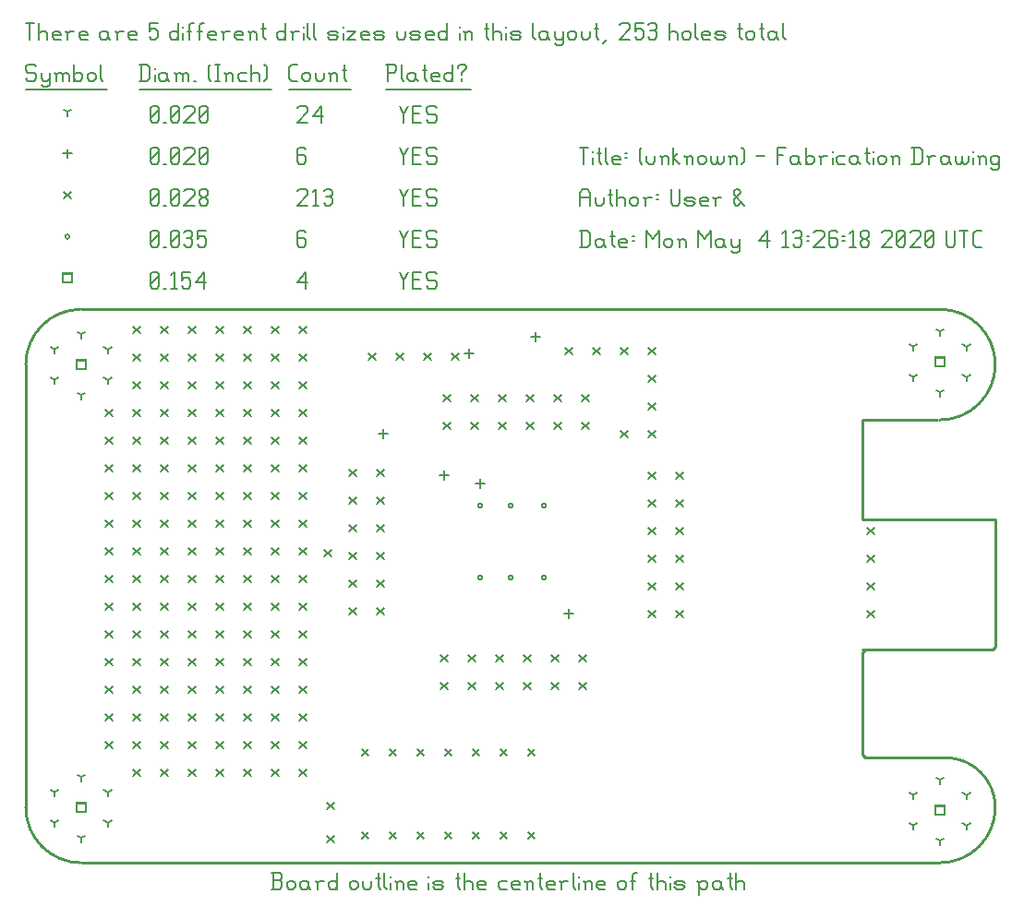
<source format=gbr>
G04 start of page 13 for group -3984 idx -3984 *
G04 Title: (unknown), fab *
G04 Creator: pcb 4.2.0 *
G04 CreationDate: Mon May  4 13:26:18 2020 UTC *
G04 For: xpi *
G04 Format: Gerber/RS-274X *
G04 PCB-Dimensions (mil): 3500.00 2000.00 *
G04 PCB-Coordinate-Origin: lower left *
%MOIN*%
%FSLAX25Y25*%
%LNFAB*%
%ADD88C,0.0100*%
%ADD87C,0.0075*%
%ADD86C,0.0060*%
%ADD85R,0.0080X0.0080*%
G54D85*X18400Y181600D02*X21600D01*
X18400D02*Y178400D01*
X21600D01*
Y181600D02*Y178400D01*
X328400Y20600D02*X331600D01*
X328400D02*Y17400D01*
X331600D01*
Y20600D02*Y17400D01*
X328400Y182600D02*X331600D01*
X328400D02*Y179400D01*
X331600D01*
Y182600D02*Y179400D01*
X18400Y21600D02*X21600D01*
X18400D02*Y18400D01*
X21600D01*
Y21600D02*Y18400D01*
X13400Y212850D02*X16600D01*
X13400D02*Y209650D01*
X16600D01*
Y212850D02*Y209650D01*
G54D86*X135000Y213500D02*X136500Y210500D01*
X138000Y213500D01*
X136500Y210500D02*Y207500D01*
X139800Y210800D02*X142050D01*
X139800Y207500D02*X142800D01*
X139800Y213500D02*Y207500D01*
Y213500D02*X142800D01*
X147600D02*X148350Y212750D01*
X145350Y213500D02*X147600D01*
X144600Y212750D02*X145350Y213500D01*
X144600Y212750D02*Y211250D01*
X145350Y210500D01*
X147600D01*
X148350Y209750D01*
Y208250D01*
X147600Y207500D02*X148350Y208250D01*
X145350Y207500D02*X147600D01*
X144600Y208250D02*X145350Y207500D01*
X98000Y209750D02*X101000Y213500D01*
X98000Y209750D02*X101750D01*
X101000Y213500D02*Y207500D01*
X45000Y208250D02*X45750Y207500D01*
X45000Y212750D02*Y208250D01*
Y212750D02*X45750Y213500D01*
X47250D01*
X48000Y212750D01*
Y208250D01*
X47250Y207500D02*X48000Y208250D01*
X45750Y207500D02*X47250D01*
X45000Y209000D02*X48000Y212000D01*
X49800Y207500D02*X50550D01*
X52350Y212300D02*X53550Y213500D01*
Y207500D01*
X52350D02*X54600D01*
X56400Y213500D02*X59400D01*
X56400D02*Y210500D01*
X57150Y211250D01*
X58650D01*
X59400Y210500D01*
Y208250D01*
X58650Y207500D02*X59400Y208250D01*
X57150Y207500D02*X58650D01*
X56400Y208250D02*X57150Y207500D01*
X61200Y209750D02*X64200Y213500D01*
X61200Y209750D02*X64950D01*
X64200Y213500D02*Y207500D01*
X163200Y103000D02*G75*G03X164800Y103000I800J0D01*G01*
G75*G03X163200Y103000I-800J0D01*G01*
X174200D02*G75*G03X175800Y103000I800J0D01*G01*
G75*G03X174200Y103000I-800J0D01*G01*
X186200D02*G75*G03X187800Y103000I800J0D01*G01*
G75*G03X186200Y103000I-800J0D01*G01*
Y129000D02*G75*G03X187800Y129000I800J0D01*G01*
G75*G03X186200Y129000I-800J0D01*G01*
X174200D02*G75*G03X175800Y129000I800J0D01*G01*
G75*G03X174200Y129000I-800J0D01*G01*
X163200D02*G75*G03X164800Y129000I800J0D01*G01*
G75*G03X163200Y129000I-800J0D01*G01*
X14200Y226250D02*G75*G03X15800Y226250I800J0D01*G01*
G75*G03X14200Y226250I-800J0D01*G01*
X135000Y228500D02*X136500Y225500D01*
X138000Y228500D01*
X136500Y225500D02*Y222500D01*
X139800Y225800D02*X142050D01*
X139800Y222500D02*X142800D01*
X139800Y228500D02*Y222500D01*
Y228500D02*X142800D01*
X147600D02*X148350Y227750D01*
X145350Y228500D02*X147600D01*
X144600Y227750D02*X145350Y228500D01*
X144600Y227750D02*Y226250D01*
X145350Y225500D01*
X147600D01*
X148350Y224750D01*
Y223250D01*
X147600Y222500D02*X148350Y223250D01*
X145350Y222500D02*X147600D01*
X144600Y223250D02*X145350Y222500D01*
X100250Y228500D02*X101000Y227750D01*
X98750Y228500D02*X100250D01*
X98000Y227750D02*X98750Y228500D01*
X98000Y227750D02*Y223250D01*
X98750Y222500D01*
X100250Y225800D02*X101000Y225050D01*
X98000Y225800D02*X100250D01*
X98750Y222500D02*X100250D01*
X101000Y223250D01*
Y225050D02*Y223250D01*
X45000D02*X45750Y222500D01*
X45000Y227750D02*Y223250D01*
Y227750D02*X45750Y228500D01*
X47250D01*
X48000Y227750D01*
Y223250D01*
X47250Y222500D02*X48000Y223250D01*
X45750Y222500D02*X47250D01*
X45000Y224000D02*X48000Y227000D01*
X49800Y222500D02*X50550D01*
X52350Y223250D02*X53100Y222500D01*
X52350Y227750D02*Y223250D01*
Y227750D02*X53100Y228500D01*
X54600D01*
X55350Y227750D01*
Y223250D01*
X54600Y222500D02*X55350Y223250D01*
X53100Y222500D02*X54600D01*
X52350Y224000D02*X55350Y227000D01*
X57150Y227750D02*X57900Y228500D01*
X59400D01*
X60150Y227750D01*
X59400Y222500D02*X60150Y223250D01*
X57900Y222500D02*X59400D01*
X57150Y223250D02*X57900Y222500D01*
Y225800D02*X59400D01*
X60150Y227750D02*Y226550D01*
Y225050D02*Y223250D01*
Y225050D02*X59400Y225800D01*
X60150Y226550D02*X59400Y225800D01*
X61950Y228500D02*X64950D01*
X61950D02*Y225500D01*
X62700Y226250D01*
X64200D01*
X64950Y225500D01*
Y223250D01*
X64200Y222500D02*X64950Y223250D01*
X62700Y222500D02*X64200D01*
X61950Y223250D02*X62700Y222500D01*
X121300Y11200D02*X123700Y8800D01*
X121300D02*X123700Y11200D01*
X131300D02*X133700Y8800D01*
X131300D02*X133700Y11200D01*
X141300D02*X143700Y8800D01*
X141300D02*X143700Y11200D01*
X151300D02*X153700Y8800D01*
X151300D02*X153700Y11200D01*
X161300D02*X163700Y8800D01*
X161300D02*X163700Y11200D01*
X171300D02*X173700Y8800D01*
X171300D02*X173700Y11200D01*
X181300D02*X183700Y8800D01*
X181300D02*X183700Y11200D01*
X181300Y41200D02*X183700Y38800D01*
X181300D02*X183700Y41200D01*
X171300D02*X173700Y38800D01*
X171300D02*X173700Y41200D01*
X161300D02*X163700Y38800D01*
X161300D02*X163700Y41200D01*
X151300D02*X153700Y38800D01*
X151300D02*X153700Y41200D01*
X141300D02*X143700Y38800D01*
X141300D02*X143700Y41200D01*
X131300D02*X133700Y38800D01*
X131300D02*X133700Y41200D01*
X121300D02*X123700Y38800D01*
X121300D02*X123700Y41200D01*
X303800Y111200D02*X306200Y108800D01*
X303800D02*X306200Y111200D01*
X303800Y101200D02*X306200Y98800D01*
X303800D02*X306200Y101200D01*
X303800Y91200D02*X306200Y88800D01*
X303800D02*X306200Y91200D01*
X303800Y121200D02*X306200Y118800D01*
X303800D02*X306200Y121200D01*
X126800Y142200D02*X129200Y139800D01*
X126800D02*X129200Y142200D01*
X126800Y132200D02*X129200Y129800D01*
X126800D02*X129200Y132200D01*
X126800Y122200D02*X129200Y119800D01*
X126800D02*X129200Y122200D01*
X126800Y112200D02*X129200Y109800D01*
X126800D02*X129200Y112200D01*
X126800Y102200D02*X129200Y99800D01*
X126800D02*X129200Y102200D01*
X126800Y92200D02*X129200Y89800D01*
X126800D02*X129200Y92200D01*
X116800Y142200D02*X119200Y139800D01*
X116800D02*X119200Y142200D01*
X116800Y132200D02*X119200Y129800D01*
X116800D02*X119200Y132200D01*
X116800Y122200D02*X119200Y119800D01*
X116800D02*X119200Y122200D01*
X116800Y102200D02*X119200Y99800D01*
X116800D02*X119200Y102200D01*
X116800Y92200D02*X119200Y89800D01*
X116800D02*X119200Y92200D01*
X234800Y141200D02*X237200Y138800D01*
X234800D02*X237200Y141200D01*
X234800Y131200D02*X237200Y128800D01*
X234800D02*X237200Y131200D01*
X234800Y121200D02*X237200Y118800D01*
X234800D02*X237200Y121200D01*
X234800Y111200D02*X237200Y108800D01*
X234800D02*X237200Y111200D01*
X234800Y101200D02*X237200Y98800D01*
X234800D02*X237200Y101200D01*
X234800Y91200D02*X237200Y88800D01*
X234800D02*X237200Y91200D01*
X224800Y141200D02*X227200Y138800D01*
X224800D02*X227200Y141200D01*
X224800Y131200D02*X227200Y128800D01*
X224800D02*X227200Y131200D01*
X224800Y121200D02*X227200Y118800D01*
X224800D02*X227200Y121200D01*
X224800Y111200D02*X227200Y108800D01*
X224800D02*X227200Y111200D01*
X224800Y101200D02*X227200Y98800D01*
X224800D02*X227200Y101200D01*
X224800Y91200D02*X227200Y88800D01*
X224800D02*X227200Y91200D01*
X170800Y169200D02*X173200Y166800D01*
X170800D02*X173200Y169200D01*
X170800Y159200D02*X173200Y156800D01*
X170800D02*X173200Y159200D01*
X160800Y169200D02*X163200Y166800D01*
X160800D02*X163200Y169200D01*
X160800Y159200D02*X163200Y156800D01*
X160800D02*X163200Y159200D01*
X150800Y169200D02*X153200Y166800D01*
X150800D02*X153200Y169200D01*
X150800Y159200D02*X153200Y156800D01*
X150800D02*X153200Y159200D01*
X200800Y169200D02*X203200Y166800D01*
X200800D02*X203200Y169200D01*
X200800Y159200D02*X203200Y156800D01*
X200800D02*X203200Y159200D01*
X190800Y169200D02*X193200Y166800D01*
X190800D02*X193200Y169200D01*
X190800Y159200D02*X193200Y156800D01*
X190800D02*X193200Y159200D01*
X180800Y169200D02*X183200Y166800D01*
X180800D02*X183200Y169200D01*
X180800Y159200D02*X183200Y156800D01*
X180800D02*X183200Y159200D01*
X169800Y75200D02*X172200Y72800D01*
X169800D02*X172200Y75200D01*
X169800Y65200D02*X172200Y62800D01*
X169800D02*X172200Y65200D01*
X159800Y75200D02*X162200Y72800D01*
X159800D02*X162200Y75200D01*
X159800Y65200D02*X162200Y62800D01*
X159800D02*X162200Y65200D01*
X149800Y75200D02*X152200Y72800D01*
X149800D02*X152200Y75200D01*
X149800Y65200D02*X152200Y62800D01*
X149800D02*X152200Y65200D01*
X199800Y75200D02*X202200Y72800D01*
X199800D02*X202200Y75200D01*
X199800Y65200D02*X202200Y62800D01*
X199800D02*X202200Y65200D01*
X189800Y75200D02*X192200Y72800D01*
X189800D02*X192200Y75200D01*
X189800Y65200D02*X192200Y62800D01*
X189800D02*X192200Y65200D01*
X179800Y75200D02*X182200Y72800D01*
X179800D02*X182200Y75200D01*
X179800Y65200D02*X182200Y62800D01*
X179800D02*X182200Y65200D01*
X224800Y186200D02*X227200Y183800D01*
X224800D02*X227200Y186200D01*
X224800Y176200D02*X227200Y173800D01*
X224800D02*X227200Y176200D01*
X224800Y166200D02*X227200Y163800D01*
X224800D02*X227200Y166200D01*
X224800Y156200D02*X227200Y153800D01*
X224800D02*X227200Y156200D01*
X98800Y183700D02*X101200Y181300D01*
X98800D02*X101200Y183700D01*
X98800Y173700D02*X101200Y171300D01*
X98800D02*X101200Y173700D01*
X98800Y163700D02*X101200Y161300D01*
X98800D02*X101200Y163700D01*
X98800Y153700D02*X101200Y151300D01*
X98800D02*X101200Y153700D01*
X98800Y143700D02*X101200Y141300D01*
X98800D02*X101200Y143700D01*
X98800Y133700D02*X101200Y131300D01*
X98800D02*X101200Y133700D01*
X98800Y123700D02*X101200Y121300D01*
X98800D02*X101200Y123700D01*
X98800Y113700D02*X101200Y111300D01*
X98800D02*X101200Y113700D01*
X88800Y183700D02*X91200Y181300D01*
X88800D02*X91200Y183700D01*
X88800Y173700D02*X91200Y171300D01*
X88800D02*X91200Y173700D01*
X88800Y163700D02*X91200Y161300D01*
X88800D02*X91200Y163700D01*
X88800Y153700D02*X91200Y151300D01*
X88800D02*X91200Y153700D01*
X88800Y143700D02*X91200Y141300D01*
X88800D02*X91200Y143700D01*
X88800Y133700D02*X91200Y131300D01*
X88800D02*X91200Y133700D01*
X88800Y123700D02*X91200Y121300D01*
X88800D02*X91200Y123700D01*
X88800Y113700D02*X91200Y111300D01*
X88800D02*X91200Y113700D01*
X78800Y183700D02*X81200Y181300D01*
X78800D02*X81200Y183700D01*
X78800Y173700D02*X81200Y171300D01*
X78800D02*X81200Y173700D01*
X78800Y163700D02*X81200Y161300D01*
X78800D02*X81200Y163700D01*
X78800Y153700D02*X81200Y151300D01*
X78800D02*X81200Y153700D01*
X78800Y143700D02*X81200Y141300D01*
X78800D02*X81200Y143700D01*
X78800Y133700D02*X81200Y131300D01*
X78800D02*X81200Y133700D01*
X78800Y123700D02*X81200Y121300D01*
X78800D02*X81200Y123700D01*
X78800Y113700D02*X81200Y111300D01*
X78800D02*X81200Y113700D01*
X98800Y103700D02*X101200Y101300D01*
X98800D02*X101200Y103700D01*
X98800Y93700D02*X101200Y91300D01*
X98800D02*X101200Y93700D01*
X98800Y83700D02*X101200Y81300D01*
X98800D02*X101200Y83700D01*
X88800Y103700D02*X91200Y101300D01*
X88800D02*X91200Y103700D01*
X88800Y93700D02*X91200Y91300D01*
X88800D02*X91200Y93700D01*
X88800Y83700D02*X91200Y81300D01*
X88800D02*X91200Y83700D01*
X78800Y103700D02*X81200Y101300D01*
X78800D02*X81200Y103700D01*
X78800Y93700D02*X81200Y91300D01*
X78800D02*X81200Y93700D01*
X78800Y83700D02*X81200Y81300D01*
X78800D02*X81200Y83700D01*
X98800Y73700D02*X101200Y71300D01*
X98800D02*X101200Y73700D01*
X98800Y63700D02*X101200Y61300D01*
X98800D02*X101200Y63700D01*
X88800Y73700D02*X91200Y71300D01*
X88800D02*X91200Y73700D01*
X88800Y63700D02*X91200Y61300D01*
X88800D02*X91200Y63700D01*
X78800Y73700D02*X81200Y71300D01*
X78800D02*X81200Y73700D01*
X78800Y63700D02*X81200Y61300D01*
X78800D02*X81200Y63700D01*
X98800Y53700D02*X101200Y51300D01*
X98800D02*X101200Y53700D01*
X98800Y43700D02*X101200Y41300D01*
X98800D02*X101200Y43700D01*
X98800Y33700D02*X101200Y31300D01*
X98800D02*X101200Y33700D01*
X88800Y53700D02*X91200Y51300D01*
X88800D02*X91200Y53700D01*
X88800Y43700D02*X91200Y41300D01*
X88800D02*X91200Y43700D01*
X88800Y33700D02*X91200Y31300D01*
X88800D02*X91200Y33700D01*
X78800Y53700D02*X81200Y51300D01*
X78800D02*X81200Y53700D01*
X78800Y43700D02*X81200Y41300D01*
X78800D02*X81200Y43700D01*
X78800Y33700D02*X81200Y31300D01*
X78800D02*X81200Y33700D01*
X58800Y183700D02*X61200Y181300D01*
X58800D02*X61200Y183700D01*
X58800Y173700D02*X61200Y171300D01*
X58800D02*X61200Y173700D01*
X58800Y163700D02*X61200Y161300D01*
X58800D02*X61200Y163700D01*
X58800Y153700D02*X61200Y151300D01*
X58800D02*X61200Y153700D01*
X58800Y143700D02*X61200Y141300D01*
X58800D02*X61200Y143700D01*
X58800Y133700D02*X61200Y131300D01*
X58800D02*X61200Y133700D01*
X58800Y123700D02*X61200Y121300D01*
X58800D02*X61200Y123700D01*
X58800Y113700D02*X61200Y111300D01*
X58800D02*X61200Y113700D01*
X48800Y183700D02*X51200Y181300D01*
X48800D02*X51200Y183700D01*
X48800Y173700D02*X51200Y171300D01*
X48800D02*X51200Y173700D01*
X48800Y163700D02*X51200Y161300D01*
X48800D02*X51200Y163700D01*
X48800Y153700D02*X51200Y151300D01*
X48800D02*X51200Y153700D01*
X48800Y143700D02*X51200Y141300D01*
X48800D02*X51200Y143700D01*
X48800Y133700D02*X51200Y131300D01*
X48800D02*X51200Y133700D01*
X48800Y123700D02*X51200Y121300D01*
X48800D02*X51200Y123700D01*
X48800Y113700D02*X51200Y111300D01*
X48800D02*X51200Y113700D01*
X38800Y183700D02*X41200Y181300D01*
X38800D02*X41200Y183700D01*
X38800Y173700D02*X41200Y171300D01*
X38800D02*X41200Y173700D01*
X38800Y163700D02*X41200Y161300D01*
X38800D02*X41200Y163700D01*
X38800Y153700D02*X41200Y151300D01*
X38800D02*X41200Y153700D01*
X38800Y143700D02*X41200Y141300D01*
X38800D02*X41200Y143700D01*
X38800Y133700D02*X41200Y131300D01*
X38800D02*X41200Y133700D01*
X38800Y123700D02*X41200Y121300D01*
X38800D02*X41200Y123700D01*
X38800Y113700D02*X41200Y111300D01*
X38800D02*X41200Y113700D01*
X58800Y103700D02*X61200Y101300D01*
X58800D02*X61200Y103700D01*
X58800Y93700D02*X61200Y91300D01*
X58800D02*X61200Y93700D01*
X58800Y83700D02*X61200Y81300D01*
X58800D02*X61200Y83700D01*
X48800Y103700D02*X51200Y101300D01*
X48800D02*X51200Y103700D01*
X48800Y93700D02*X51200Y91300D01*
X48800D02*X51200Y93700D01*
X48800Y83700D02*X51200Y81300D01*
X48800D02*X51200Y83700D01*
X38800Y103700D02*X41200Y101300D01*
X38800D02*X41200Y103700D01*
X38800Y93700D02*X41200Y91300D01*
X38800D02*X41200Y93700D01*
X38800Y83700D02*X41200Y81300D01*
X38800D02*X41200Y83700D01*
X58800Y73700D02*X61200Y71300D01*
X58800D02*X61200Y73700D01*
X58800Y63700D02*X61200Y61300D01*
X58800D02*X61200Y63700D01*
X48800Y73700D02*X51200Y71300D01*
X48800D02*X51200Y73700D01*
X48800Y63700D02*X51200Y61300D01*
X48800D02*X51200Y63700D01*
X38800Y73700D02*X41200Y71300D01*
X38800D02*X41200Y73700D01*
X38800Y63700D02*X41200Y61300D01*
X38800D02*X41200Y63700D01*
X58800Y53700D02*X61200Y51300D01*
X58800D02*X61200Y53700D01*
X58800Y43700D02*X61200Y41300D01*
X58800D02*X61200Y43700D01*
X58800Y33700D02*X61200Y31300D01*
X58800D02*X61200Y33700D01*
X48800Y53700D02*X51200Y51300D01*
X48800D02*X51200Y53700D01*
X48800Y43700D02*X51200Y41300D01*
X48800D02*X51200Y43700D01*
X48800Y33700D02*X51200Y31300D01*
X48800D02*X51200Y33700D01*
X38800Y53700D02*X41200Y51300D01*
X38800D02*X41200Y53700D01*
X38800Y43700D02*X41200Y41300D01*
X38800D02*X41200Y43700D01*
X38800Y33700D02*X41200Y31300D01*
X38800D02*X41200Y33700D01*
X68800Y183700D02*X71200Y181300D01*
X68800D02*X71200Y183700D01*
X68800Y173700D02*X71200Y171300D01*
X68800D02*X71200Y173700D01*
X68800Y163700D02*X71200Y161300D01*
X68800D02*X71200Y163700D01*
X68800Y153700D02*X71200Y151300D01*
X68800D02*X71200Y153700D01*
X68800Y143700D02*X71200Y141300D01*
X68800D02*X71200Y143700D01*
X68800Y133700D02*X71200Y131300D01*
X68800D02*X71200Y133700D01*
X68800Y123700D02*X71200Y121300D01*
X68800D02*X71200Y123700D01*
X68800Y113700D02*X71200Y111300D01*
X68800D02*X71200Y113700D01*
X68800Y103700D02*X71200Y101300D01*
X68800D02*X71200Y103700D01*
X68800Y93700D02*X71200Y91300D01*
X68800D02*X71200Y93700D01*
X68800Y83700D02*X71200Y81300D01*
X68800D02*X71200Y83700D01*
X68800Y73700D02*X71200Y71300D01*
X68800D02*X71200Y73700D01*
X68800Y63700D02*X71200Y61300D01*
X68800D02*X71200Y63700D01*
X68800Y53700D02*X71200Y51300D01*
X68800D02*X71200Y53700D01*
X68800Y43700D02*X71200Y41300D01*
X68800D02*X71200Y43700D01*
X68800Y33700D02*X71200Y31300D01*
X68800D02*X71200Y33700D01*
X28800Y163700D02*X31200Y161300D01*
X28800D02*X31200Y163700D01*
X28800Y153700D02*X31200Y151300D01*
X28800D02*X31200Y153700D01*
X28800Y143700D02*X31200Y141300D01*
X28800D02*X31200Y143700D01*
X28800Y133700D02*X31200Y131300D01*
X28800D02*X31200Y133700D01*
X28800Y123700D02*X31200Y121300D01*
X28800D02*X31200Y123700D01*
X28800Y113700D02*X31200Y111300D01*
X28800D02*X31200Y113700D01*
X28800Y103700D02*X31200Y101300D01*
X28800D02*X31200Y103700D01*
X28800Y93700D02*X31200Y91300D01*
X28800D02*X31200Y93700D01*
X28800Y83700D02*X31200Y81300D01*
X28800D02*X31200Y83700D01*
X28800Y73700D02*X31200Y71300D01*
X28800D02*X31200Y73700D01*
X28800Y63700D02*X31200Y61300D01*
X28800D02*X31200Y63700D01*
X28800Y53700D02*X31200Y51300D01*
X28800D02*X31200Y53700D01*
X28800Y43700D02*X31200Y41300D01*
X28800D02*X31200Y43700D01*
X108800Y21700D02*X111200Y19300D01*
X108800D02*X111200Y21700D01*
X108800Y9700D02*X111200Y7300D01*
X108800D02*X111200Y9700D01*
X98800Y193700D02*X101200Y191300D01*
X98800D02*X101200Y193700D01*
X88800D02*X91200Y191300D01*
X88800D02*X91200Y193700D01*
X78800D02*X81200Y191300D01*
X78800D02*X81200Y193700D01*
X58800D02*X61200Y191300D01*
X58800D02*X61200Y193700D01*
X48800D02*X51200Y191300D01*
X48800D02*X51200Y193700D01*
X38800D02*X41200Y191300D01*
X38800D02*X41200Y193700D01*
X68800D02*X71200Y191300D01*
X68800D02*X71200Y193700D01*
X214800Y156200D02*X217200Y153800D01*
X214800D02*X217200Y156200D01*
X214800Y186200D02*X217200Y183800D01*
X214800D02*X217200Y186200D01*
X204800D02*X207200Y183800D01*
X204800D02*X207200Y186200D01*
X194800D02*X197200Y183800D01*
X194800D02*X197200Y186200D01*
X153800Y184200D02*X156200Y181800D01*
X153800D02*X156200Y184200D01*
X143800D02*X146200Y181800D01*
X143800D02*X146200Y184200D01*
X133800D02*X136200Y181800D01*
X133800D02*X136200Y184200D01*
X123800D02*X126200Y181800D01*
X123800D02*X126200Y184200D01*
X107800Y113200D02*X110200Y110800D01*
X107800D02*X110200Y113200D01*
X116800Y112200D02*X119200Y109800D01*
X116800D02*X119200Y112200D01*
X13800Y242450D02*X16200Y240050D01*
X13800D02*X16200Y242450D01*
X135000Y243500D02*X136500Y240500D01*
X138000Y243500D01*
X136500Y240500D02*Y237500D01*
X139800Y240800D02*X142050D01*
X139800Y237500D02*X142800D01*
X139800Y243500D02*Y237500D01*
Y243500D02*X142800D01*
X147600D02*X148350Y242750D01*
X145350Y243500D02*X147600D01*
X144600Y242750D02*X145350Y243500D01*
X144600Y242750D02*Y241250D01*
X145350Y240500D01*
X147600D01*
X148350Y239750D01*
Y238250D01*
X147600Y237500D02*X148350Y238250D01*
X145350Y237500D02*X147600D01*
X144600Y238250D02*X145350Y237500D01*
X98000Y242750D02*X98750Y243500D01*
X101000D01*
X101750Y242750D01*
Y241250D01*
X98000Y237500D02*X101750Y241250D01*
X98000Y237500D02*X101750D01*
X103550Y242300D02*X104750Y243500D01*
Y237500D01*
X103550D02*X105800D01*
X107600Y242750D02*X108350Y243500D01*
X109850D01*
X110600Y242750D01*
X109850Y237500D02*X110600Y238250D01*
X108350Y237500D02*X109850D01*
X107600Y238250D02*X108350Y237500D01*
Y240800D02*X109850D01*
X110600Y242750D02*Y241550D01*
Y240050D02*Y238250D01*
Y240050D02*X109850Y240800D01*
X110600Y241550D02*X109850Y240800D01*
X45000Y238250D02*X45750Y237500D01*
X45000Y242750D02*Y238250D01*
Y242750D02*X45750Y243500D01*
X47250D01*
X48000Y242750D01*
Y238250D01*
X47250Y237500D02*X48000Y238250D01*
X45750Y237500D02*X47250D01*
X45000Y239000D02*X48000Y242000D01*
X49800Y237500D02*X50550D01*
X52350Y238250D02*X53100Y237500D01*
X52350Y242750D02*Y238250D01*
Y242750D02*X53100Y243500D01*
X54600D01*
X55350Y242750D01*
Y238250D01*
X54600Y237500D02*X55350Y238250D01*
X53100Y237500D02*X54600D01*
X52350Y239000D02*X55350Y242000D01*
X57150Y242750D02*X57900Y243500D01*
X60150D01*
X60900Y242750D01*
Y241250D01*
X57150Y237500D02*X60900Y241250D01*
X57150Y237500D02*X60900D01*
X62700Y238250D02*X63450Y237500D01*
X62700Y239450D02*Y238250D01*
Y239450D02*X63750Y240500D01*
X64650D01*
X65700Y239450D01*
Y238250D01*
X64950Y237500D02*X65700Y238250D01*
X63450Y237500D02*X64950D01*
X62700Y241550D02*X63750Y240500D01*
X62700Y242750D02*Y241550D01*
Y242750D02*X63450Y243500D01*
X64950D01*
X65700Y242750D01*
Y241550D01*
X64650Y240500D02*X65700Y241550D01*
X196000Y91600D02*Y88400D01*
X194400Y90000D02*X197600D01*
X151000Y141600D02*Y138400D01*
X149400Y140000D02*X152600D01*
X164000Y138600D02*Y135400D01*
X162400Y137000D02*X165600D01*
X129000Y156600D02*Y153400D01*
X127400Y155000D02*X130600D01*
X184000Y191600D02*Y188400D01*
X182400Y190000D02*X185600D01*
X160000Y185600D02*Y182400D01*
X158400Y184000D02*X161600D01*
X15000Y257850D02*Y254650D01*
X13400Y256250D02*X16600D01*
X135000Y258500D02*X136500Y255500D01*
X138000Y258500D01*
X136500Y255500D02*Y252500D01*
X139800Y255800D02*X142050D01*
X139800Y252500D02*X142800D01*
X139800Y258500D02*Y252500D01*
Y258500D02*X142800D01*
X147600D02*X148350Y257750D01*
X145350Y258500D02*X147600D01*
X144600Y257750D02*X145350Y258500D01*
X144600Y257750D02*Y256250D01*
X145350Y255500D01*
X147600D01*
X148350Y254750D01*
Y253250D01*
X147600Y252500D02*X148350Y253250D01*
X145350Y252500D02*X147600D01*
X144600Y253250D02*X145350Y252500D01*
X100250Y258500D02*X101000Y257750D01*
X98750Y258500D02*X100250D01*
X98000Y257750D02*X98750Y258500D01*
X98000Y257750D02*Y253250D01*
X98750Y252500D01*
X100250Y255800D02*X101000Y255050D01*
X98000Y255800D02*X100250D01*
X98750Y252500D02*X100250D01*
X101000Y253250D01*
Y255050D02*Y253250D01*
X45000D02*X45750Y252500D01*
X45000Y257750D02*Y253250D01*
Y257750D02*X45750Y258500D01*
X47250D01*
X48000Y257750D01*
Y253250D01*
X47250Y252500D02*X48000Y253250D01*
X45750Y252500D02*X47250D01*
X45000Y254000D02*X48000Y257000D01*
X49800Y252500D02*X50550D01*
X52350Y253250D02*X53100Y252500D01*
X52350Y257750D02*Y253250D01*
Y257750D02*X53100Y258500D01*
X54600D01*
X55350Y257750D01*
Y253250D01*
X54600Y252500D02*X55350Y253250D01*
X53100Y252500D02*X54600D01*
X52350Y254000D02*X55350Y257000D01*
X57150Y257750D02*X57900Y258500D01*
X60150D01*
X60900Y257750D01*
Y256250D01*
X57150Y252500D02*X60900Y256250D01*
X57150Y252500D02*X60900D01*
X62700Y253250D02*X63450Y252500D01*
X62700Y257750D02*Y253250D01*
Y257750D02*X63450Y258500D01*
X64950D01*
X65700Y257750D01*
Y253250D01*
X64950Y252500D02*X65700Y253250D01*
X63450Y252500D02*X64950D01*
X62700Y254000D02*X65700Y257000D01*
X20000Y168977D02*Y167377D01*
Y168977D02*X21387Y169777D01*
X20000Y168977D02*X18613Y169777D01*
X20000Y191023D02*Y189423D01*
Y191023D02*X21387Y191823D01*
X20000Y191023D02*X18613Y191823D01*
X10453Y174489D02*Y172889D01*
Y174489D02*X11840Y175289D01*
X10453Y174489D02*X9066Y175289D01*
X29547Y174489D02*Y172889D01*
Y174489D02*X30934Y175289D01*
X29547Y174489D02*X28160Y175289D01*
X10453Y185511D02*Y183911D01*
Y185511D02*X11840Y186311D01*
X10453Y185511D02*X9066Y186311D01*
X29547Y185511D02*Y183911D01*
Y185511D02*X30934Y186311D01*
X29547Y185511D02*X28160Y186311D01*
X330000Y7977D02*Y6377D01*
Y7977D02*X331387Y8777D01*
X330000Y7977D02*X328613Y8777D01*
X330000Y30023D02*Y28423D01*
Y30023D02*X331387Y30823D01*
X330000Y30023D02*X328613Y30823D01*
X320453Y13489D02*Y11889D01*
Y13489D02*X321840Y14289D01*
X320453Y13489D02*X319066Y14289D01*
X339547Y13489D02*Y11889D01*
Y13489D02*X340934Y14289D01*
X339547Y13489D02*X338160Y14289D01*
X320453Y24511D02*Y22911D01*
Y24511D02*X321840Y25311D01*
X320453Y24511D02*X319066Y25311D01*
X339547Y24511D02*Y22911D01*
Y24511D02*X340934Y25311D01*
X339547Y24511D02*X338160Y25311D01*
X330000Y169977D02*Y168377D01*
Y169977D02*X331387Y170777D01*
X330000Y169977D02*X328613Y170777D01*
X330000Y192023D02*Y190423D01*
Y192023D02*X331387Y192823D01*
X330000Y192023D02*X328613Y192823D01*
X320453Y175489D02*Y173889D01*
Y175489D02*X321840Y176289D01*
X320453Y175489D02*X319066Y176289D01*
X339547Y175489D02*Y173889D01*
Y175489D02*X340934Y176289D01*
X339547Y175489D02*X338160Y176289D01*
X320453Y186511D02*Y184911D01*
Y186511D02*X321840Y187311D01*
X320453Y186511D02*X319066Y187311D01*
X339547Y186511D02*Y184911D01*
Y186511D02*X340934Y187311D01*
X339547Y186511D02*X338160Y187311D01*
X20000Y8977D02*Y7377D01*
Y8977D02*X21387Y9777D01*
X20000Y8977D02*X18613Y9777D01*
X20000Y31023D02*Y29423D01*
Y31023D02*X21387Y31823D01*
X20000Y31023D02*X18613Y31823D01*
X10453Y14489D02*Y12889D01*
Y14489D02*X11840Y15289D01*
X10453Y14489D02*X9066Y15289D01*
X29547Y14489D02*Y12889D01*
Y14489D02*X30934Y15289D01*
X29547Y14489D02*X28160Y15289D01*
X10453Y25511D02*Y23911D01*
Y25511D02*X11840Y26311D01*
X10453Y25511D02*X9066Y26311D01*
X29547Y25511D02*Y23911D01*
Y25511D02*X30934Y26311D01*
X29547Y25511D02*X28160Y26311D01*
X15000Y271250D02*Y269650D01*
Y271250D02*X16387Y272050D01*
X15000Y271250D02*X13613Y272050D01*
X135000Y273500D02*X136500Y270500D01*
X138000Y273500D01*
X136500Y270500D02*Y267500D01*
X139800Y270800D02*X142050D01*
X139800Y267500D02*X142800D01*
X139800Y273500D02*Y267500D01*
Y273500D02*X142800D01*
X147600D02*X148350Y272750D01*
X145350Y273500D02*X147600D01*
X144600Y272750D02*X145350Y273500D01*
X144600Y272750D02*Y271250D01*
X145350Y270500D01*
X147600D01*
X148350Y269750D01*
Y268250D01*
X147600Y267500D02*X148350Y268250D01*
X145350Y267500D02*X147600D01*
X144600Y268250D02*X145350Y267500D01*
X98000Y272750D02*X98750Y273500D01*
X101000D01*
X101750Y272750D01*
Y271250D01*
X98000Y267500D02*X101750Y271250D01*
X98000Y267500D02*X101750D01*
X103550Y269750D02*X106550Y273500D01*
X103550Y269750D02*X107300D01*
X106550Y273500D02*Y267500D01*
X45000Y268250D02*X45750Y267500D01*
X45000Y272750D02*Y268250D01*
Y272750D02*X45750Y273500D01*
X47250D01*
X48000Y272750D01*
Y268250D01*
X47250Y267500D02*X48000Y268250D01*
X45750Y267500D02*X47250D01*
X45000Y269000D02*X48000Y272000D01*
X49800Y267500D02*X50550D01*
X52350Y268250D02*X53100Y267500D01*
X52350Y272750D02*Y268250D01*
Y272750D02*X53100Y273500D01*
X54600D01*
X55350Y272750D01*
Y268250D01*
X54600Y267500D02*X55350Y268250D01*
X53100Y267500D02*X54600D01*
X52350Y269000D02*X55350Y272000D01*
X57150Y272750D02*X57900Y273500D01*
X60150D01*
X60900Y272750D01*
Y271250D01*
X57150Y267500D02*X60900Y271250D01*
X57150Y267500D02*X60900D01*
X62700Y268250D02*X63450Y267500D01*
X62700Y272750D02*Y268250D01*
Y272750D02*X63450Y273500D01*
X64950D01*
X65700Y272750D01*
Y268250D01*
X64950Y267500D02*X65700Y268250D01*
X63450Y267500D02*X64950D01*
X62700Y269000D02*X65700Y272000D01*
X3000Y288500D02*X3750Y287750D01*
X750Y288500D02*X3000D01*
X0Y287750D02*X750Y288500D01*
X0Y287750D02*Y286250D01*
X750Y285500D01*
X3000D01*
X3750Y284750D01*
Y283250D01*
X3000Y282500D02*X3750Y283250D01*
X750Y282500D02*X3000D01*
X0Y283250D02*X750Y282500D01*
X5550Y285500D02*Y283250D01*
X6300Y282500D01*
X8550Y285500D02*Y281000D01*
X7800Y280250D02*X8550Y281000D01*
X6300Y280250D02*X7800D01*
X5550Y281000D02*X6300Y280250D01*
Y282500D02*X7800D01*
X8550Y283250D01*
X11100Y284750D02*Y282500D01*
Y284750D02*X11850Y285500D01*
X12600D01*
X13350Y284750D01*
Y282500D01*
Y284750D02*X14100Y285500D01*
X14850D01*
X15600Y284750D01*
Y282500D01*
X10350Y285500D02*X11100Y284750D01*
X17400Y288500D02*Y282500D01*
Y283250D02*X18150Y282500D01*
X19650D01*
X20400Y283250D01*
Y284750D02*Y283250D01*
X19650Y285500D02*X20400Y284750D01*
X18150Y285500D02*X19650D01*
X17400Y284750D02*X18150Y285500D01*
X22200Y284750D02*Y283250D01*
Y284750D02*X22950Y285500D01*
X24450D01*
X25200Y284750D01*
Y283250D01*
X24450Y282500D02*X25200Y283250D01*
X22950Y282500D02*X24450D01*
X22200Y283250D02*X22950Y282500D01*
X27000Y288500D02*Y283250D01*
X27750Y282500D01*
X0Y279250D02*X29250D01*
X41750Y288500D02*Y282500D01*
X43700Y288500D02*X44750Y287450D01*
Y283550D01*
X43700Y282500D02*X44750Y283550D01*
X41000Y282500D02*X43700D01*
X41000Y288500D02*X43700D01*
G54D87*X46550Y287000D02*Y286850D01*
G54D86*Y284750D02*Y282500D01*
X50300Y285500D02*X51050Y284750D01*
X48800Y285500D02*X50300D01*
X48050Y284750D02*X48800Y285500D01*
X48050Y284750D02*Y283250D01*
X48800Y282500D01*
X51050Y285500D02*Y283250D01*
X51800Y282500D01*
X48800D02*X50300D01*
X51050Y283250D01*
X54350Y284750D02*Y282500D01*
Y284750D02*X55100Y285500D01*
X55850D01*
X56600Y284750D01*
Y282500D01*
Y284750D02*X57350Y285500D01*
X58100D01*
X58850Y284750D01*
Y282500D01*
X53600Y285500D02*X54350Y284750D01*
X60650Y282500D02*X61400D01*
X65900Y283250D02*X66650Y282500D01*
X65900Y287750D02*X66650Y288500D01*
X65900Y287750D02*Y283250D01*
X68450Y288500D02*X69950D01*
X69200D02*Y282500D01*
X68450D02*X69950D01*
X72500Y284750D02*Y282500D01*
Y284750D02*X73250Y285500D01*
X74000D01*
X74750Y284750D01*
Y282500D01*
X71750Y285500D02*X72500Y284750D01*
X77300Y285500D02*X79550D01*
X76550Y284750D02*X77300Y285500D01*
X76550Y284750D02*Y283250D01*
X77300Y282500D01*
X79550D01*
X81350Y288500D02*Y282500D01*
Y284750D02*X82100Y285500D01*
X83600D01*
X84350Y284750D01*
Y282500D01*
X86150Y288500D02*X86900Y287750D01*
Y283250D01*
X86150Y282500D02*X86900Y283250D01*
X41000Y279250D02*X88700D01*
X96050Y282500D02*X98000D01*
X95000Y283550D02*X96050Y282500D01*
X95000Y287450D02*Y283550D01*
Y287450D02*X96050Y288500D01*
X98000D01*
X99800Y284750D02*Y283250D01*
Y284750D02*X100550Y285500D01*
X102050D01*
X102800Y284750D01*
Y283250D01*
X102050Y282500D02*X102800Y283250D01*
X100550Y282500D02*X102050D01*
X99800Y283250D02*X100550Y282500D01*
X104600Y285500D02*Y283250D01*
X105350Y282500D01*
X106850D01*
X107600Y283250D01*
Y285500D02*Y283250D01*
X110150Y284750D02*Y282500D01*
Y284750D02*X110900Y285500D01*
X111650D01*
X112400Y284750D01*
Y282500D01*
X109400Y285500D02*X110150Y284750D01*
X114950Y288500D02*Y283250D01*
X115700Y282500D01*
X114200Y286250D02*X115700D01*
X95000Y279250D02*X117200D01*
X130750Y288500D02*Y282500D01*
X130000Y288500D02*X133000D01*
X133750Y287750D01*
Y286250D01*
X133000Y285500D02*X133750Y286250D01*
X130750Y285500D02*X133000D01*
X135550Y288500D02*Y283250D01*
X136300Y282500D01*
X140050Y285500D02*X140800Y284750D01*
X138550Y285500D02*X140050D01*
X137800Y284750D02*X138550Y285500D01*
X137800Y284750D02*Y283250D01*
X138550Y282500D01*
X140800Y285500D02*Y283250D01*
X141550Y282500D01*
X138550D02*X140050D01*
X140800Y283250D01*
X144100Y288500D02*Y283250D01*
X144850Y282500D01*
X143350Y286250D02*X144850D01*
X147100Y282500D02*X149350D01*
X146350Y283250D02*X147100Y282500D01*
X146350Y284750D02*Y283250D01*
Y284750D02*X147100Y285500D01*
X148600D01*
X149350Y284750D01*
X146350Y284000D02*X149350D01*
Y284750D02*Y284000D01*
X154150Y288500D02*Y282500D01*
X153400D02*X154150Y283250D01*
X151900Y282500D02*X153400D01*
X151150Y283250D02*X151900Y282500D01*
X151150Y284750D02*Y283250D01*
Y284750D02*X151900Y285500D01*
X153400D01*
X154150Y284750D01*
X157450Y285500D02*Y284750D01*
Y283250D02*Y282500D01*
X155950Y287750D02*Y287000D01*
Y287750D02*X156700Y288500D01*
X158200D01*
X158950Y287750D01*
Y287000D01*
X157450Y285500D02*X158950Y287000D01*
X130000Y279250D02*X160750D01*
X0Y303500D02*X3000D01*
X1500D02*Y297500D01*
X4800Y303500D02*Y297500D01*
Y299750D02*X5550Y300500D01*
X7050D01*
X7800Y299750D01*
Y297500D01*
X10350D02*X12600D01*
X9600Y298250D02*X10350Y297500D01*
X9600Y299750D02*Y298250D01*
Y299750D02*X10350Y300500D01*
X11850D01*
X12600Y299750D01*
X9600Y299000D02*X12600D01*
Y299750D02*Y299000D01*
X15150Y299750D02*Y297500D01*
Y299750D02*X15900Y300500D01*
X17400D01*
X14400D02*X15150Y299750D01*
X19950Y297500D02*X22200D01*
X19200Y298250D02*X19950Y297500D01*
X19200Y299750D02*Y298250D01*
Y299750D02*X19950Y300500D01*
X21450D01*
X22200Y299750D01*
X19200Y299000D02*X22200D01*
Y299750D02*Y299000D01*
X28950Y300500D02*X29700Y299750D01*
X27450Y300500D02*X28950D01*
X26700Y299750D02*X27450Y300500D01*
X26700Y299750D02*Y298250D01*
X27450Y297500D01*
X29700Y300500D02*Y298250D01*
X30450Y297500D01*
X27450D02*X28950D01*
X29700Y298250D01*
X33000Y299750D02*Y297500D01*
Y299750D02*X33750Y300500D01*
X35250D01*
X32250D02*X33000Y299750D01*
X37800Y297500D02*X40050D01*
X37050Y298250D02*X37800Y297500D01*
X37050Y299750D02*Y298250D01*
Y299750D02*X37800Y300500D01*
X39300D01*
X40050Y299750D01*
X37050Y299000D02*X40050D01*
Y299750D02*Y299000D01*
X44550Y303500D02*X47550D01*
X44550D02*Y300500D01*
X45300Y301250D01*
X46800D01*
X47550Y300500D01*
Y298250D01*
X46800Y297500D02*X47550Y298250D01*
X45300Y297500D02*X46800D01*
X44550Y298250D02*X45300Y297500D01*
X55050Y303500D02*Y297500D01*
X54300D02*X55050Y298250D01*
X52800Y297500D02*X54300D01*
X52050Y298250D02*X52800Y297500D01*
X52050Y299750D02*Y298250D01*
Y299750D02*X52800Y300500D01*
X54300D01*
X55050Y299750D01*
G54D87*X56850Y302000D02*Y301850D01*
G54D86*Y299750D02*Y297500D01*
X59100Y302750D02*Y297500D01*
Y302750D02*X59850Y303500D01*
X60600D01*
X58350Y300500D02*X59850D01*
X62850Y302750D02*Y297500D01*
Y302750D02*X63600Y303500D01*
X64350D01*
X62100Y300500D02*X63600D01*
X66600Y297500D02*X68850D01*
X65850Y298250D02*X66600Y297500D01*
X65850Y299750D02*Y298250D01*
Y299750D02*X66600Y300500D01*
X68100D01*
X68850Y299750D01*
X65850Y299000D02*X68850D01*
Y299750D02*Y299000D01*
X71400Y299750D02*Y297500D01*
Y299750D02*X72150Y300500D01*
X73650D01*
X70650D02*X71400Y299750D01*
X76200Y297500D02*X78450D01*
X75450Y298250D02*X76200Y297500D01*
X75450Y299750D02*Y298250D01*
Y299750D02*X76200Y300500D01*
X77700D01*
X78450Y299750D01*
X75450Y299000D02*X78450D01*
Y299750D02*Y299000D01*
X81000Y299750D02*Y297500D01*
Y299750D02*X81750Y300500D01*
X82500D01*
X83250Y299750D01*
Y297500D01*
X80250Y300500D02*X81000Y299750D01*
X85800Y303500D02*Y298250D01*
X86550Y297500D01*
X85050Y301250D02*X86550D01*
X93750Y303500D02*Y297500D01*
X93000D02*X93750Y298250D01*
X91500Y297500D02*X93000D01*
X90750Y298250D02*X91500Y297500D01*
X90750Y299750D02*Y298250D01*
Y299750D02*X91500Y300500D01*
X93000D01*
X93750Y299750D01*
X96300D02*Y297500D01*
Y299750D02*X97050Y300500D01*
X98550D01*
X95550D02*X96300Y299750D01*
G54D87*X100350Y302000D02*Y301850D01*
G54D86*Y299750D02*Y297500D01*
X101850Y303500D02*Y298250D01*
X102600Y297500D01*
X104100Y303500D02*Y298250D01*
X104850Y297500D01*
X109800D02*X112050D01*
X112800Y298250D01*
X112050Y299000D02*X112800Y298250D01*
X109800Y299000D02*X112050D01*
X109050Y299750D02*X109800Y299000D01*
X109050Y299750D02*X109800Y300500D01*
X112050D01*
X112800Y299750D01*
X109050Y298250D02*X109800Y297500D01*
G54D87*X114600Y302000D02*Y301850D01*
G54D86*Y299750D02*Y297500D01*
X116100Y300500D02*X119100D01*
X116100Y297500D02*X119100Y300500D01*
X116100Y297500D02*X119100D01*
X121650D02*X123900D01*
X120900Y298250D02*X121650Y297500D01*
X120900Y299750D02*Y298250D01*
Y299750D02*X121650Y300500D01*
X123150D01*
X123900Y299750D01*
X120900Y299000D02*X123900D01*
Y299750D02*Y299000D01*
X126450Y297500D02*X128700D01*
X129450Y298250D01*
X128700Y299000D02*X129450Y298250D01*
X126450Y299000D02*X128700D01*
X125700Y299750D02*X126450Y299000D01*
X125700Y299750D02*X126450Y300500D01*
X128700D01*
X129450Y299750D01*
X125700Y298250D02*X126450Y297500D01*
X133950Y300500D02*Y298250D01*
X134700Y297500D01*
X136200D01*
X136950Y298250D01*
Y300500D02*Y298250D01*
X139500Y297500D02*X141750D01*
X142500Y298250D01*
X141750Y299000D02*X142500Y298250D01*
X139500Y299000D02*X141750D01*
X138750Y299750D02*X139500Y299000D01*
X138750Y299750D02*X139500Y300500D01*
X141750D01*
X142500Y299750D01*
X138750Y298250D02*X139500Y297500D01*
X145050D02*X147300D01*
X144300Y298250D02*X145050Y297500D01*
X144300Y299750D02*Y298250D01*
Y299750D02*X145050Y300500D01*
X146550D01*
X147300Y299750D01*
X144300Y299000D02*X147300D01*
Y299750D02*Y299000D01*
X152100Y303500D02*Y297500D01*
X151350D02*X152100Y298250D01*
X149850Y297500D02*X151350D01*
X149100Y298250D02*X149850Y297500D01*
X149100Y299750D02*Y298250D01*
Y299750D02*X149850Y300500D01*
X151350D01*
X152100Y299750D01*
G54D87*X156600Y302000D02*Y301850D01*
G54D86*Y299750D02*Y297500D01*
X158850Y299750D02*Y297500D01*
Y299750D02*X159600Y300500D01*
X160350D01*
X161100Y299750D01*
Y297500D01*
X158100Y300500D02*X158850Y299750D01*
X166350Y303500D02*Y298250D01*
X167100Y297500D01*
X165600Y301250D02*X167100D01*
X168600Y303500D02*Y297500D01*
Y299750D02*X169350Y300500D01*
X170850D01*
X171600Y299750D01*
Y297500D01*
G54D87*X173400Y302000D02*Y301850D01*
G54D86*Y299750D02*Y297500D01*
X175650D02*X177900D01*
X178650Y298250D01*
X177900Y299000D02*X178650Y298250D01*
X175650Y299000D02*X177900D01*
X174900Y299750D02*X175650Y299000D01*
X174900Y299750D02*X175650Y300500D01*
X177900D01*
X178650Y299750D01*
X174900Y298250D02*X175650Y297500D01*
X183150Y303500D02*Y298250D01*
X183900Y297500D01*
X187650Y300500D02*X188400Y299750D01*
X186150Y300500D02*X187650D01*
X185400Y299750D02*X186150Y300500D01*
X185400Y299750D02*Y298250D01*
X186150Y297500D01*
X188400Y300500D02*Y298250D01*
X189150Y297500D01*
X186150D02*X187650D01*
X188400Y298250D01*
X190950Y300500D02*Y298250D01*
X191700Y297500D01*
X193950Y300500D02*Y296000D01*
X193200Y295250D02*X193950Y296000D01*
X191700Y295250D02*X193200D01*
X190950Y296000D02*X191700Y295250D01*
Y297500D02*X193200D01*
X193950Y298250D01*
X195750Y299750D02*Y298250D01*
Y299750D02*X196500Y300500D01*
X198000D01*
X198750Y299750D01*
Y298250D01*
X198000Y297500D02*X198750Y298250D01*
X196500Y297500D02*X198000D01*
X195750Y298250D02*X196500Y297500D01*
X200550Y300500D02*Y298250D01*
X201300Y297500D01*
X202800D01*
X203550Y298250D01*
Y300500D02*Y298250D01*
X206100Y303500D02*Y298250D01*
X206850Y297500D01*
X205350Y301250D02*X206850D01*
X208350Y296000D02*X209850Y297500D01*
X214350Y302750D02*X215100Y303500D01*
X217350D01*
X218100Y302750D01*
Y301250D01*
X214350Y297500D02*X218100Y301250D01*
X214350Y297500D02*X218100D01*
X219900Y303500D02*X222900D01*
X219900D02*Y300500D01*
X220650Y301250D01*
X222150D01*
X222900Y300500D01*
Y298250D01*
X222150Y297500D02*X222900Y298250D01*
X220650Y297500D02*X222150D01*
X219900Y298250D02*X220650Y297500D01*
X224700Y302750D02*X225450Y303500D01*
X226950D01*
X227700Y302750D01*
X226950Y297500D02*X227700Y298250D01*
X225450Y297500D02*X226950D01*
X224700Y298250D02*X225450Y297500D01*
Y300800D02*X226950D01*
X227700Y302750D02*Y301550D01*
Y300050D02*Y298250D01*
Y300050D02*X226950Y300800D01*
X227700Y301550D02*X226950Y300800D01*
X232200Y303500D02*Y297500D01*
Y299750D02*X232950Y300500D01*
X234450D01*
X235200Y299750D01*
Y297500D01*
X237000Y299750D02*Y298250D01*
Y299750D02*X237750Y300500D01*
X239250D01*
X240000Y299750D01*
Y298250D01*
X239250Y297500D02*X240000Y298250D01*
X237750Y297500D02*X239250D01*
X237000Y298250D02*X237750Y297500D01*
X241800Y303500D02*Y298250D01*
X242550Y297500D01*
X244800D02*X247050D01*
X244050Y298250D02*X244800Y297500D01*
X244050Y299750D02*Y298250D01*
Y299750D02*X244800Y300500D01*
X246300D01*
X247050Y299750D01*
X244050Y299000D02*X247050D01*
Y299750D02*Y299000D01*
X249600Y297500D02*X251850D01*
X252600Y298250D01*
X251850Y299000D02*X252600Y298250D01*
X249600Y299000D02*X251850D01*
X248850Y299750D02*X249600Y299000D01*
X248850Y299750D02*X249600Y300500D01*
X251850D01*
X252600Y299750D01*
X248850Y298250D02*X249600Y297500D01*
X257850Y303500D02*Y298250D01*
X258600Y297500D01*
X257100Y301250D02*X258600D01*
X260100Y299750D02*Y298250D01*
Y299750D02*X260850Y300500D01*
X262350D01*
X263100Y299750D01*
Y298250D01*
X262350Y297500D02*X263100Y298250D01*
X260850Y297500D02*X262350D01*
X260100Y298250D02*X260850Y297500D01*
X265650Y303500D02*Y298250D01*
X266400Y297500D01*
X264900Y301250D02*X266400D01*
X270150Y300500D02*X270900Y299750D01*
X268650Y300500D02*X270150D01*
X267900Y299750D02*X268650Y300500D01*
X267900Y299750D02*Y298250D01*
X268650Y297500D01*
X270900Y300500D02*Y298250D01*
X271650Y297500D01*
X268650D02*X270150D01*
X270900Y298250D01*
X273450Y303500D02*Y298250D01*
X274200Y297500D01*
G54D88*X0Y20000D02*Y180000D01*
X20000Y200000D02*X330000D01*
X20000Y0D02*X330000D01*
X302000Y77000D02*X349000D01*
X350000Y78000D01*
Y124000D01*
X302000D01*
Y160000D01*
X332000Y38000D02*X303000D01*
X302000Y39000D01*
Y76000D01*
X303000Y77000D01*
X329000Y160000D02*X302000D01*
X0Y180000D02*G75*G02X20000Y200000I20000J0D01*G01*
X330000D02*G75*G02X350000Y180000I0J-20000D01*G01*
Y20000D02*G75*G02X330000Y0I-20000J0D01*G01*
X20000D02*G75*G02X0Y20000I0J20000D01*G01*
X350000D02*G75*G03X332000Y38000I-18000J0D01*G01*
X350000Y180000D02*G75*G02X330000Y160000I-20000J0D01*G01*
G54D86*X88675Y-9500D02*X91675D01*
X92425Y-8750D01*
Y-6950D02*Y-8750D01*
X91675Y-6200D02*X92425Y-6950D01*
X89425Y-6200D02*X91675D01*
X89425Y-3500D02*Y-9500D01*
X88675Y-3500D02*X91675D01*
X92425Y-4250D01*
Y-5450D01*
X91675Y-6200D02*X92425Y-5450D01*
X94225Y-7250D02*Y-8750D01*
Y-7250D02*X94975Y-6500D01*
X96475D01*
X97225Y-7250D01*
Y-8750D01*
X96475Y-9500D02*X97225Y-8750D01*
X94975Y-9500D02*X96475D01*
X94225Y-8750D02*X94975Y-9500D01*
X101275Y-6500D02*X102025Y-7250D01*
X99775Y-6500D02*X101275D01*
X99025Y-7250D02*X99775Y-6500D01*
X99025Y-7250D02*Y-8750D01*
X99775Y-9500D01*
X102025Y-6500D02*Y-8750D01*
X102775Y-9500D01*
X99775D02*X101275D01*
X102025Y-8750D01*
X105325Y-7250D02*Y-9500D01*
Y-7250D02*X106075Y-6500D01*
X107575D01*
X104575D02*X105325Y-7250D01*
X112375Y-3500D02*Y-9500D01*
X111625D02*X112375Y-8750D01*
X110125Y-9500D02*X111625D01*
X109375Y-8750D02*X110125Y-9500D01*
X109375Y-7250D02*Y-8750D01*
Y-7250D02*X110125Y-6500D01*
X111625D01*
X112375Y-7250D01*
X116875D02*Y-8750D01*
Y-7250D02*X117625Y-6500D01*
X119125D01*
X119875Y-7250D01*
Y-8750D01*
X119125Y-9500D02*X119875Y-8750D01*
X117625Y-9500D02*X119125D01*
X116875Y-8750D02*X117625Y-9500D01*
X121675Y-6500D02*Y-8750D01*
X122425Y-9500D01*
X123925D01*
X124675Y-8750D01*
Y-6500D02*Y-8750D01*
X127225Y-3500D02*Y-8750D01*
X127975Y-9500D01*
X126475Y-5750D02*X127975D01*
X129475Y-3500D02*Y-8750D01*
X130225Y-9500D01*
G54D87*X131725Y-5000D02*Y-5150D01*
G54D86*Y-7250D02*Y-9500D01*
X133975Y-7250D02*Y-9500D01*
Y-7250D02*X134725Y-6500D01*
X135475D01*
X136225Y-7250D01*
Y-9500D01*
X133225Y-6500D02*X133975Y-7250D01*
X138775Y-9500D02*X141025D01*
X138025Y-8750D02*X138775Y-9500D01*
X138025Y-7250D02*Y-8750D01*
Y-7250D02*X138775Y-6500D01*
X140275D01*
X141025Y-7250D01*
X138025Y-8000D02*X141025D01*
Y-7250D02*Y-8000D01*
G54D87*X145525Y-5000D02*Y-5150D01*
G54D86*Y-7250D02*Y-9500D01*
X147775D02*X150025D01*
X150775Y-8750D01*
X150025Y-8000D02*X150775Y-8750D01*
X147775Y-8000D02*X150025D01*
X147025Y-7250D02*X147775Y-8000D01*
X147025Y-7250D02*X147775Y-6500D01*
X150025D01*
X150775Y-7250D01*
X147025Y-8750D02*X147775Y-9500D01*
X156025Y-3500D02*Y-8750D01*
X156775Y-9500D01*
X155275Y-5750D02*X156775D01*
X158275Y-3500D02*Y-9500D01*
Y-7250D02*X159025Y-6500D01*
X160525D01*
X161275Y-7250D01*
Y-9500D01*
X163825D02*X166075D01*
X163075Y-8750D02*X163825Y-9500D01*
X163075Y-7250D02*Y-8750D01*
Y-7250D02*X163825Y-6500D01*
X165325D01*
X166075Y-7250D01*
X163075Y-8000D02*X166075D01*
Y-7250D02*Y-8000D01*
X171325Y-6500D02*X173575D01*
X170575Y-7250D02*X171325Y-6500D01*
X170575Y-7250D02*Y-8750D01*
X171325Y-9500D01*
X173575D01*
X176125D02*X178375D01*
X175375Y-8750D02*X176125Y-9500D01*
X175375Y-7250D02*Y-8750D01*
Y-7250D02*X176125Y-6500D01*
X177625D01*
X178375Y-7250D01*
X175375Y-8000D02*X178375D01*
Y-7250D02*Y-8000D01*
X180925Y-7250D02*Y-9500D01*
Y-7250D02*X181675Y-6500D01*
X182425D01*
X183175Y-7250D01*
Y-9500D01*
X180175Y-6500D02*X180925Y-7250D01*
X185725Y-3500D02*Y-8750D01*
X186475Y-9500D01*
X184975Y-5750D02*X186475D01*
X188725Y-9500D02*X190975D01*
X187975Y-8750D02*X188725Y-9500D01*
X187975Y-7250D02*Y-8750D01*
Y-7250D02*X188725Y-6500D01*
X190225D01*
X190975Y-7250D01*
X187975Y-8000D02*X190975D01*
Y-7250D02*Y-8000D01*
X193525Y-7250D02*Y-9500D01*
Y-7250D02*X194275Y-6500D01*
X195775D01*
X192775D02*X193525Y-7250D01*
X197575Y-3500D02*Y-8750D01*
X198325Y-9500D01*
G54D87*X199825Y-5000D02*Y-5150D01*
G54D86*Y-7250D02*Y-9500D01*
X202075Y-7250D02*Y-9500D01*
Y-7250D02*X202825Y-6500D01*
X203575D01*
X204325Y-7250D01*
Y-9500D01*
X201325Y-6500D02*X202075Y-7250D01*
X206875Y-9500D02*X209125D01*
X206125Y-8750D02*X206875Y-9500D01*
X206125Y-7250D02*Y-8750D01*
Y-7250D02*X206875Y-6500D01*
X208375D01*
X209125Y-7250D01*
X206125Y-8000D02*X209125D01*
Y-7250D02*Y-8000D01*
X213625Y-7250D02*Y-8750D01*
Y-7250D02*X214375Y-6500D01*
X215875D01*
X216625Y-7250D01*
Y-8750D01*
X215875Y-9500D02*X216625Y-8750D01*
X214375Y-9500D02*X215875D01*
X213625Y-8750D02*X214375Y-9500D01*
X219175Y-4250D02*Y-9500D01*
Y-4250D02*X219925Y-3500D01*
X220675D01*
X218425Y-6500D02*X219925D01*
X225625Y-3500D02*Y-8750D01*
X226375Y-9500D01*
X224875Y-5750D02*X226375D01*
X227875Y-3500D02*Y-9500D01*
Y-7250D02*X228625Y-6500D01*
X230125D01*
X230875Y-7250D01*
Y-9500D01*
G54D87*X232675Y-5000D02*Y-5150D01*
G54D86*Y-7250D02*Y-9500D01*
X234925D02*X237175D01*
X237925Y-8750D01*
X237175Y-8000D02*X237925Y-8750D01*
X234925Y-8000D02*X237175D01*
X234175Y-7250D02*X234925Y-8000D01*
X234175Y-7250D02*X234925Y-6500D01*
X237175D01*
X237925Y-7250D01*
X234175Y-8750D02*X234925Y-9500D01*
X243175Y-7250D02*Y-11750D01*
X242425Y-6500D02*X243175Y-7250D01*
X243925Y-6500D01*
X245425D01*
X246175Y-7250D01*
Y-8750D01*
X245425Y-9500D02*X246175Y-8750D01*
X243925Y-9500D02*X245425D01*
X243175Y-8750D02*X243925Y-9500D01*
X250225Y-6500D02*X250975Y-7250D01*
X248725Y-6500D02*X250225D01*
X247975Y-7250D02*X248725Y-6500D01*
X247975Y-7250D02*Y-8750D01*
X248725Y-9500D01*
X250975Y-6500D02*Y-8750D01*
X251725Y-9500D01*
X248725D02*X250225D01*
X250975Y-8750D01*
X254275Y-3500D02*Y-8750D01*
X255025Y-9500D01*
X253525Y-5750D02*X255025D01*
X256525Y-3500D02*Y-9500D01*
Y-7250D02*X257275Y-6500D01*
X258775D01*
X259525Y-7250D01*
Y-9500D01*
X200750Y228500D02*Y222500D01*
X202700Y228500D02*X203750Y227450D01*
Y223550D01*
X202700Y222500D02*X203750Y223550D01*
X200000Y222500D02*X202700D01*
X200000Y228500D02*X202700D01*
X207800Y225500D02*X208550Y224750D01*
X206300Y225500D02*X207800D01*
X205550Y224750D02*X206300Y225500D01*
X205550Y224750D02*Y223250D01*
X206300Y222500D01*
X208550Y225500D02*Y223250D01*
X209300Y222500D01*
X206300D02*X207800D01*
X208550Y223250D01*
X211850Y228500D02*Y223250D01*
X212600Y222500D01*
X211100Y226250D02*X212600D01*
X214850Y222500D02*X217100D01*
X214100Y223250D02*X214850Y222500D01*
X214100Y224750D02*Y223250D01*
Y224750D02*X214850Y225500D01*
X216350D01*
X217100Y224750D01*
X214100Y224000D02*X217100D01*
Y224750D02*Y224000D01*
X218900Y226250D02*X219650D01*
X218900Y224750D02*X219650D01*
X224150Y228500D02*Y222500D01*
Y228500D02*X226400Y225500D01*
X228650Y228500D01*
Y222500D01*
X230450Y224750D02*Y223250D01*
Y224750D02*X231200Y225500D01*
X232700D01*
X233450Y224750D01*
Y223250D01*
X232700Y222500D02*X233450Y223250D01*
X231200Y222500D02*X232700D01*
X230450Y223250D02*X231200Y222500D01*
X236000Y224750D02*Y222500D01*
Y224750D02*X236750Y225500D01*
X237500D01*
X238250Y224750D01*
Y222500D01*
X235250Y225500D02*X236000Y224750D01*
X242750Y228500D02*Y222500D01*
Y228500D02*X245000Y225500D01*
X247250Y228500D01*
Y222500D01*
X251300Y225500D02*X252050Y224750D01*
X249800Y225500D02*X251300D01*
X249050Y224750D02*X249800Y225500D01*
X249050Y224750D02*Y223250D01*
X249800Y222500D01*
X252050Y225500D02*Y223250D01*
X252800Y222500D01*
X249800D02*X251300D01*
X252050Y223250D01*
X254600Y225500D02*Y223250D01*
X255350Y222500D01*
X257600Y225500D02*Y221000D01*
X256850Y220250D02*X257600Y221000D01*
X255350Y220250D02*X256850D01*
X254600Y221000D02*X255350Y220250D01*
Y222500D02*X256850D01*
X257600Y223250D01*
X264800Y224750D02*X267800Y228500D01*
X264800Y224750D02*X268550D01*
X267800Y228500D02*Y222500D01*
X273050Y227300D02*X274250Y228500D01*
Y222500D01*
X273050D02*X275300D01*
X277100Y227750D02*X277850Y228500D01*
X279350D01*
X280100Y227750D01*
X279350Y222500D02*X280100Y223250D01*
X277850Y222500D02*X279350D01*
X277100Y223250D02*X277850Y222500D01*
Y225800D02*X279350D01*
X280100Y227750D02*Y226550D01*
Y225050D02*Y223250D01*
Y225050D02*X279350Y225800D01*
X280100Y226550D02*X279350Y225800D01*
X281900Y226250D02*X282650D01*
X281900Y224750D02*X282650D01*
X284450Y227750D02*X285200Y228500D01*
X287450D01*
X288200Y227750D01*
Y226250D01*
X284450Y222500D02*X288200Y226250D01*
X284450Y222500D02*X288200D01*
X292250Y228500D02*X293000Y227750D01*
X290750Y228500D02*X292250D01*
X290000Y227750D02*X290750Y228500D01*
X290000Y227750D02*Y223250D01*
X290750Y222500D01*
X292250Y225800D02*X293000Y225050D01*
X290000Y225800D02*X292250D01*
X290750Y222500D02*X292250D01*
X293000Y223250D01*
Y225050D02*Y223250D01*
X294800Y226250D02*X295550D01*
X294800Y224750D02*X295550D01*
X297350Y227300D02*X298550Y228500D01*
Y222500D01*
X297350D02*X299600D01*
X301400Y223250D02*X302150Y222500D01*
X301400Y224450D02*Y223250D01*
Y224450D02*X302450Y225500D01*
X303350D01*
X304400Y224450D01*
Y223250D01*
X303650Y222500D02*X304400Y223250D01*
X302150Y222500D02*X303650D01*
X301400Y226550D02*X302450Y225500D01*
X301400Y227750D02*Y226550D01*
Y227750D02*X302150Y228500D01*
X303650D01*
X304400Y227750D01*
Y226550D01*
X303350Y225500D02*X304400Y226550D01*
X308900Y227750D02*X309650Y228500D01*
X311900D01*
X312650Y227750D01*
Y226250D01*
X308900Y222500D02*X312650Y226250D01*
X308900Y222500D02*X312650D01*
X314450Y223250D02*X315200Y222500D01*
X314450Y227750D02*Y223250D01*
Y227750D02*X315200Y228500D01*
X316700D01*
X317450Y227750D01*
Y223250D01*
X316700Y222500D02*X317450Y223250D01*
X315200Y222500D02*X316700D01*
X314450Y224000D02*X317450Y227000D01*
X319250Y227750D02*X320000Y228500D01*
X322250D01*
X323000Y227750D01*
Y226250D01*
X319250Y222500D02*X323000Y226250D01*
X319250Y222500D02*X323000D01*
X324800Y223250D02*X325550Y222500D01*
X324800Y227750D02*Y223250D01*
Y227750D02*X325550Y228500D01*
X327050D01*
X327800Y227750D01*
Y223250D01*
X327050Y222500D02*X327800Y223250D01*
X325550Y222500D02*X327050D01*
X324800Y224000D02*X327800Y227000D01*
X332300Y228500D02*Y223250D01*
X333050Y222500D01*
X334550D01*
X335300Y223250D01*
Y228500D02*Y223250D01*
X337100Y228500D02*X340100D01*
X338600D02*Y222500D01*
X342950D02*X344900D01*
X341900Y223550D02*X342950Y222500D01*
X341900Y227450D02*Y223550D01*
Y227450D02*X342950Y228500D01*
X344900D01*
X200000Y242000D02*Y237500D01*
Y242000D02*X201050Y243500D01*
X202700D01*
X203750Y242000D01*
Y237500D01*
X200000Y240500D02*X203750D01*
X205550D02*Y238250D01*
X206300Y237500D01*
X207800D01*
X208550Y238250D01*
Y240500D02*Y238250D01*
X211100Y243500D02*Y238250D01*
X211850Y237500D01*
X210350Y241250D02*X211850D01*
X213350Y243500D02*Y237500D01*
Y239750D02*X214100Y240500D01*
X215600D01*
X216350Y239750D01*
Y237500D01*
X218150Y239750D02*Y238250D01*
Y239750D02*X218900Y240500D01*
X220400D01*
X221150Y239750D01*
Y238250D01*
X220400Y237500D02*X221150Y238250D01*
X218900Y237500D02*X220400D01*
X218150Y238250D02*X218900Y237500D01*
X223700Y239750D02*Y237500D01*
Y239750D02*X224450Y240500D01*
X225950D01*
X222950D02*X223700Y239750D01*
X227750Y241250D02*X228500D01*
X227750Y239750D02*X228500D01*
X233000Y243500D02*Y238250D01*
X233750Y237500D01*
X235250D01*
X236000Y238250D01*
Y243500D02*Y238250D01*
X238550Y237500D02*X240800D01*
X241550Y238250D01*
X240800Y239000D02*X241550Y238250D01*
X238550Y239000D02*X240800D01*
X237800Y239750D02*X238550Y239000D01*
X237800Y239750D02*X238550Y240500D01*
X240800D01*
X241550Y239750D01*
X237800Y238250D02*X238550Y237500D01*
X244100D02*X246350D01*
X243350Y238250D02*X244100Y237500D01*
X243350Y239750D02*Y238250D01*
Y239750D02*X244100Y240500D01*
X245600D01*
X246350Y239750D01*
X243350Y239000D02*X246350D01*
Y239750D02*Y239000D01*
X248900Y239750D02*Y237500D01*
Y239750D02*X249650Y240500D01*
X251150D01*
X248150D02*X248900Y239750D01*
X255650Y238250D02*X256400Y237500D01*
X255650Y242750D02*Y241250D01*
Y242750D02*X256400Y243500D01*
X255650Y239750D02*X257900Y242000D01*
X256400Y237500D02*X257150D01*
X258650Y239000D01*
X255650Y241250D02*X259400Y237500D01*
X256400Y243500D02*X257150D01*
X257900Y242750D01*
Y242000D01*
X255650Y239750D02*Y238250D01*
X200000Y258500D02*X203000D01*
X201500D02*Y252500D01*
G54D87*X204800Y257000D02*Y256850D01*
G54D86*Y254750D02*Y252500D01*
X207050Y258500D02*Y253250D01*
X207800Y252500D01*
X206300Y256250D02*X207800D01*
X209300Y258500D02*Y253250D01*
X210050Y252500D01*
X212300D02*X214550D01*
X211550Y253250D02*X212300Y252500D01*
X211550Y254750D02*Y253250D01*
Y254750D02*X212300Y255500D01*
X213800D01*
X214550Y254750D01*
X211550Y254000D02*X214550D01*
Y254750D02*Y254000D01*
X216350Y256250D02*X217100D01*
X216350Y254750D02*X217100D01*
X221600Y253250D02*X222350Y252500D01*
X221600Y257750D02*X222350Y258500D01*
X221600Y257750D02*Y253250D01*
X224150Y255500D02*Y253250D01*
X224900Y252500D01*
X226400D01*
X227150Y253250D01*
Y255500D02*Y253250D01*
X229700Y254750D02*Y252500D01*
Y254750D02*X230450Y255500D01*
X231200D01*
X231950Y254750D01*
Y252500D01*
X228950Y255500D02*X229700Y254750D01*
X233750Y258500D02*Y252500D01*
Y254750D02*X236000Y252500D01*
X233750Y254750D02*X235250Y256250D01*
X238550Y254750D02*Y252500D01*
Y254750D02*X239300Y255500D01*
X240050D01*
X240800Y254750D01*
Y252500D01*
X237800Y255500D02*X238550Y254750D01*
X242600D02*Y253250D01*
Y254750D02*X243350Y255500D01*
X244850D01*
X245600Y254750D01*
Y253250D01*
X244850Y252500D02*X245600Y253250D01*
X243350Y252500D02*X244850D01*
X242600Y253250D02*X243350Y252500D01*
X247400Y255500D02*Y253250D01*
X248150Y252500D01*
X248900D01*
X249650Y253250D01*
Y255500D02*Y253250D01*
X250400Y252500D01*
X251150D01*
X251900Y253250D01*
Y255500D02*Y253250D01*
X254450Y254750D02*Y252500D01*
Y254750D02*X255200Y255500D01*
X255950D01*
X256700Y254750D01*
Y252500D01*
X253700Y255500D02*X254450Y254750D01*
X258500Y258500D02*X259250Y257750D01*
Y253250D01*
X258500Y252500D02*X259250Y253250D01*
X263750Y255500D02*X266750D01*
X271250Y258500D02*Y252500D01*
Y258500D02*X274250D01*
X271250Y255800D02*X273500D01*
X278300Y255500D02*X279050Y254750D01*
X276800Y255500D02*X278300D01*
X276050Y254750D02*X276800Y255500D01*
X276050Y254750D02*Y253250D01*
X276800Y252500D01*
X279050Y255500D02*Y253250D01*
X279800Y252500D01*
X276800D02*X278300D01*
X279050Y253250D01*
X281600Y258500D02*Y252500D01*
Y253250D02*X282350Y252500D01*
X283850D01*
X284600Y253250D01*
Y254750D02*Y253250D01*
X283850Y255500D02*X284600Y254750D01*
X282350Y255500D02*X283850D01*
X281600Y254750D02*X282350Y255500D01*
X287150Y254750D02*Y252500D01*
Y254750D02*X287900Y255500D01*
X289400D01*
X286400D02*X287150Y254750D01*
G54D87*X291200Y257000D02*Y256850D01*
G54D86*Y254750D02*Y252500D01*
X293450Y255500D02*X295700D01*
X292700Y254750D02*X293450Y255500D01*
X292700Y254750D02*Y253250D01*
X293450Y252500D01*
X295700D01*
X299750Y255500D02*X300500Y254750D01*
X298250Y255500D02*X299750D01*
X297500Y254750D02*X298250Y255500D01*
X297500Y254750D02*Y253250D01*
X298250Y252500D01*
X300500Y255500D02*Y253250D01*
X301250Y252500D01*
X298250D02*X299750D01*
X300500Y253250D01*
X303800Y258500D02*Y253250D01*
X304550Y252500D01*
X303050Y256250D02*X304550D01*
G54D87*X306050Y257000D02*Y256850D01*
G54D86*Y254750D02*Y252500D01*
X307550Y254750D02*Y253250D01*
Y254750D02*X308300Y255500D01*
X309800D01*
X310550Y254750D01*
Y253250D01*
X309800Y252500D02*X310550Y253250D01*
X308300Y252500D02*X309800D01*
X307550Y253250D02*X308300Y252500D01*
X313100Y254750D02*Y252500D01*
Y254750D02*X313850Y255500D01*
X314600D01*
X315350Y254750D01*
Y252500D01*
X312350Y255500D02*X313100Y254750D01*
X320600Y258500D02*Y252500D01*
X322550Y258500D02*X323600Y257450D01*
Y253550D01*
X322550Y252500D02*X323600Y253550D01*
X319850Y252500D02*X322550D01*
X319850Y258500D02*X322550D01*
X326150Y254750D02*Y252500D01*
Y254750D02*X326900Y255500D01*
X328400D01*
X325400D02*X326150Y254750D01*
X332450Y255500D02*X333200Y254750D01*
X330950Y255500D02*X332450D01*
X330200Y254750D02*X330950Y255500D01*
X330200Y254750D02*Y253250D01*
X330950Y252500D01*
X333200Y255500D02*Y253250D01*
X333950Y252500D01*
X330950D02*X332450D01*
X333200Y253250D01*
X335750Y255500D02*Y253250D01*
X336500Y252500D01*
X337250D01*
X338000Y253250D01*
Y255500D02*Y253250D01*
X338750Y252500D01*
X339500D01*
X340250Y253250D01*
Y255500D02*Y253250D01*
G54D87*X342050Y257000D02*Y256850D01*
G54D86*Y254750D02*Y252500D01*
X344300Y254750D02*Y252500D01*
Y254750D02*X345050Y255500D01*
X345800D01*
X346550Y254750D01*
Y252500D01*
X343550Y255500D02*X344300Y254750D01*
X350600Y255500D02*X351350Y254750D01*
X349100Y255500D02*X350600D01*
X348350Y254750D02*X349100Y255500D01*
X348350Y254750D02*Y253250D01*
X349100Y252500D01*
X350600D01*
X351350Y253250D01*
X348350Y251000D02*X349100Y250250D01*
X350600D01*
X351350Y251000D01*
Y255500D02*Y251000D01*
M02*

</source>
